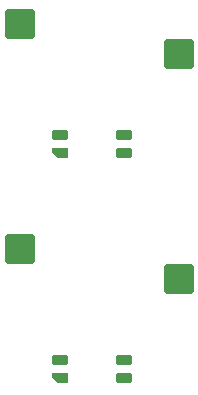
<source format=gbr>
%TF.GenerationSoftware,KiCad,Pcbnew,(6.0.7-1)-1*%
%TF.CreationDate,2022-12-25T16:23:57+07:00*%
%TF.ProjectId,pcb,7063622e-6b69-4636-9164-5f7063625858,rev?*%
%TF.SameCoordinates,Original*%
%TF.FileFunction,Paste,Top*%
%TF.FilePolarity,Positive*%
%FSLAX46Y46*%
G04 Gerber Fmt 4.6, Leading zero omitted, Abs format (unit mm)*
G04 Created by KiCad (PCBNEW (6.0.7-1)-1) date 2022-12-25 16:23:57*
%MOMM*%
%LPD*%
G01*
G04 APERTURE LIST*
G04 Aperture macros list*
%AMRoundRect*
0 Rectangle with rounded corners*
0 $1 Rounding radius*
0 $2 $3 $4 $5 $6 $7 $8 $9 X,Y pos of 4 corners*
0 Add a 4 corners polygon primitive as box body*
4,1,4,$2,$3,$4,$5,$6,$7,$8,$9,$2,$3,0*
0 Add four circle primitives for the rounded corners*
1,1,$1+$1,$2,$3*
1,1,$1+$1,$4,$5*
1,1,$1+$1,$6,$7*
1,1,$1+$1,$8,$9*
0 Add four rect primitives between the rounded corners*
20,1,$1+$1,$2,$3,$4,$5,0*
20,1,$1+$1,$4,$5,$6,$7,0*
20,1,$1+$1,$6,$7,$8,$9,0*
20,1,$1+$1,$8,$9,$2,$3,0*%
%AMFreePoly0*
4,1,18,-0.410000,0.265000,0.000000,0.675000,0.328000,0.675000,0.359380,0.668758,0.385983,0.650983,0.403758,0.624380,0.410000,0.593000,0.410000,-0.593000,0.403758,-0.624380,0.385983,-0.650983,0.359380,-0.668758,0.328000,-0.675000,-0.328000,-0.675000,-0.359380,-0.668758,-0.385983,-0.650983,-0.403758,-0.624380,-0.410000,-0.593000,-0.410000,0.265000,-0.410000,0.265000,$1*%
G04 Aperture macros list end*
%ADD10RoundRect,0.250000X-1.025000X-1.000000X1.025000X-1.000000X1.025000X1.000000X-1.025000X1.000000X0*%
%ADD11RoundRect,0.082000X0.593000X-0.328000X0.593000X0.328000X-0.593000X0.328000X-0.593000X-0.328000X0*%
%ADD12FreePoly0,90.000000*%
G04 APERTURE END LIST*
D10*
%TO.C,SW2*%
X136265000Y-77628750D03*
X122815000Y-75088750D03*
%TD*%
D11*
%TO.C,LED1*%
X131630000Y-65448750D03*
X131630000Y-66948750D03*
X126180000Y-65448750D03*
D12*
X126180000Y-66948750D03*
%TD*%
D10*
%TO.C,SW1*%
X136265000Y-58578750D03*
X122815000Y-56038750D03*
%TD*%
D11*
%TO.C,LED2*%
X131630000Y-84498750D03*
X131630000Y-85998750D03*
X126180000Y-84498750D03*
D12*
X126180000Y-85998750D03*
%TD*%
M02*

</source>
